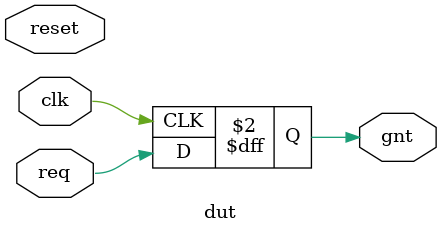
<source format=sv>
/*********************************************************************************************************************************
 * Name                 : .sv
 * Creation Date        : --2022
 * Last Modified        : --2022
----------------------------------------------------------------------------------------------------------------------------------
 * Author               : Badam Mayur Krishna
 * Author's Email       : mayurkrishna.b@alpha-numero.tech
----------------------------------------------------------------------------------------------------------------------------------
* Description          : 
**********************************************************************************************************************************/

module dut (
            input  wire clk,
            input  wire req,
            input  wire reset,
            output reg  gnt
           );
  always @ (posedge clk)
  begin
    gnt <= req;
  end
endmodule 

</source>
